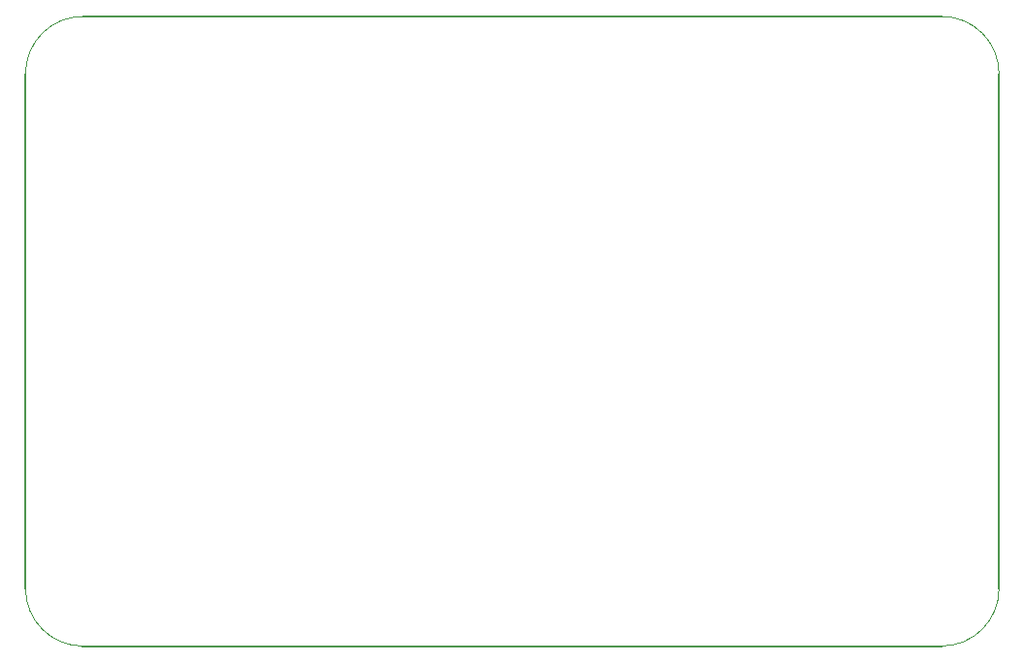
<source format=gbr>
%TF.GenerationSoftware,KiCad,Pcbnew,8.0.8*%
%TF.CreationDate,2025-04-25T12:53:52-04:00*%
%TF.ProjectId,udpudu,75647075-6475-42e6-9b69-6361645f7063,rev?*%
%TF.SameCoordinates,Original*%
%TF.FileFunction,Profile,NP*%
%FSLAX46Y46*%
G04 Gerber Fmt 4.6, Leading zero omitted, Abs format (unit mm)*
G04 Created by KiCad (PCBNEW 8.0.8) date 2025-04-25 12:53:52*
%MOMM*%
%LPD*%
G01*
G04 APERTURE LIST*
%TA.AperFunction,Profile*%
%ADD10C,0.050000*%
%TD*%
%TA.AperFunction,Profile*%
%ADD11C,0.200000*%
%TD*%
G04 APERTURE END LIST*
D10*
X50000000Y-55000000D02*
G75*
G02*
X55000000Y-50000000I5000000J0D01*
G01*
D11*
X50000000Y-100000000D02*
X50000000Y-55000000D01*
D10*
X55000000Y-105000000D02*
G75*
G02*
X50000000Y-100000000I0J5000000D01*
G01*
D11*
X130000000Y-105000000D02*
X55000000Y-105000000D01*
D10*
X135000000Y-100000000D02*
G75*
G02*
X130000000Y-105000000I-5000000J0D01*
G01*
X130000000Y-50000000D02*
G75*
G02*
X135000000Y-55000000I0J-5000000D01*
G01*
D11*
X135000000Y-55000000D02*
X135000000Y-100000000D01*
X55000000Y-50000000D02*
X130000000Y-50000000D01*
M02*

</source>
